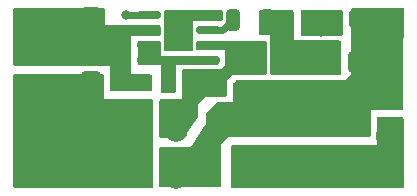
<source format=gtl>
%TF.GenerationSoftware,KiCad,Pcbnew,(6.0.7)*%
%TF.CreationDate,2022-10-15T23:28:00+03:00*%
%TF.ProjectId,mc34063-step-down-dev-0.3,6d633334-3036-4332-9d73-7465702d646f,rev?*%
%TF.SameCoordinates,Original*%
%TF.FileFunction,Copper,L1,Top*%
%TF.FilePolarity,Positive*%
%FSLAX46Y46*%
G04 Gerber Fmt 4.6, Leading zero omitted, Abs format (unit mm)*
G04 Created by KiCad (PCBNEW (6.0.7)) date 2022-10-15 23:28:00*
%MOMM*%
%LPD*%
G01*
G04 APERTURE LIST*
G04 Aperture macros list*
%AMRoundRect*
0 Rectangle with rounded corners*
0 $1 Rounding radius*
0 $2 $3 $4 $5 $6 $7 $8 $9 X,Y pos of 4 corners*
0 Add a 4 corners polygon primitive as box body*
4,1,4,$2,$3,$4,$5,$6,$7,$8,$9,$2,$3,0*
0 Add four circle primitives for the rounded corners*
1,1,$1+$1,$2,$3*
1,1,$1+$1,$4,$5*
1,1,$1+$1,$6,$7*
1,1,$1+$1,$8,$9*
0 Add four rect primitives between the rounded corners*
20,1,$1+$1,$2,$3,$4,$5,0*
20,1,$1+$1,$4,$5,$6,$7,0*
20,1,$1+$1,$6,$7,$8,$9,0*
20,1,$1+$1,$8,$9,$2,$3,0*%
G04 Aperture macros list end*
%TA.AperFunction,ComponentPad*%
%ADD10R,2.500000X2.500000*%
%TD*%
%TA.AperFunction,SMDPad,CuDef*%
%ADD11RoundRect,0.250000X-0.550000X1.500000X-0.550000X-1.500000X0.550000X-1.500000X0.550000X1.500000X0*%
%TD*%
%TA.AperFunction,SMDPad,CuDef*%
%ADD12R,0.900000X1.200000*%
%TD*%
%TA.AperFunction,SMDPad,CuDef*%
%ADD13RoundRect,0.250000X-0.325000X-0.650000X0.325000X-0.650000X0.325000X0.650000X-0.325000X0.650000X0*%
%TD*%
%TA.AperFunction,SMDPad,CuDef*%
%ADD14RoundRect,0.250000X-0.650000X0.325000X-0.650000X-0.325000X0.650000X-0.325000X0.650000X0.325000X0*%
%TD*%
%TA.AperFunction,ComponentPad*%
%ADD15C,2.000000*%
%TD*%
%TA.AperFunction,SMDPad,CuDef*%
%ADD16RoundRect,0.250000X0.325000X0.650000X-0.325000X0.650000X-0.325000X-0.650000X0.325000X-0.650000X0*%
%TD*%
%TA.AperFunction,SMDPad,CuDef*%
%ADD17RoundRect,0.250000X0.262500X0.450000X-0.262500X0.450000X-0.262500X-0.450000X0.262500X-0.450000X0*%
%TD*%
%TA.AperFunction,SMDPad,CuDef*%
%ADD18RoundRect,0.150000X0.825000X0.150000X-0.825000X0.150000X-0.825000X-0.150000X0.825000X-0.150000X0*%
%TD*%
%TA.AperFunction,SMDPad,CuDef*%
%ADD19RoundRect,0.250000X-0.262500X-0.450000X0.262500X-0.450000X0.262500X0.450000X-0.262500X0.450000X0*%
%TD*%
%TA.AperFunction,ViaPad*%
%ADD20C,0.800000*%
%TD*%
%TA.AperFunction,Conductor*%
%ADD21C,0.600000*%
%TD*%
G04 APERTURE END LIST*
D10*
%TO.P,U5,1*%
%TO.N,Net-(Co1-Pad1)*%
X111760000Y-48260000D03*
%TD*%
D11*
%TO.P,Co1,1*%
%TO.N,Net-(Co1-Pad1)*%
X99364800Y-55059600D03*
%TO.P,Co1,2*%
%TO.N,GND*%
X99364800Y-60459600D03*
%TD*%
D12*
%TO.P,D1,1,K*%
%TO.N,Net-(D1-Pad1)*%
X100712000Y-51612800D03*
%TO.P,D1,2,A*%
%TO.N,GND*%
X104012000Y-51612800D03*
%TD*%
D13*
%TO.P,Ct1,1*%
%TO.N,Net-(Ct1-Pad1)*%
X98550200Y-48006000D03*
%TO.P,Ct1,2*%
%TO.N,GND*%
X101500200Y-48006000D03*
%TD*%
D14*
%TO.P,Co4,1*%
%TO.N,Net-(Co1-Pad1)*%
X111658400Y-54913000D03*
%TO.P,Co4,2*%
%TO.N,GND*%
X111658400Y-57863000D03*
%TD*%
D15*
%TO.P,U2,1*%
%TO.N,Net-(Co1-Pad1)*%
X93805000Y-61301000D03*
X93805000Y-60301000D03*
%TO.P,U2,2*%
%TO.N,Net-(D1-Pad1)*%
X93805000Y-56301000D03*
X93805000Y-57301000D03*
%TD*%
D16*
%TO.P,Co3,1*%
%TO.N,Net-(Co1-Pad1)*%
X108917000Y-51612800D03*
%TO.P,Co3,2*%
%TO.N,GND*%
X105967000Y-51612800D03*
%TD*%
D11*
%TO.P,Ci1,1*%
%TO.N,Net-(Ci1-Pad1)*%
X86563200Y-48735000D03*
%TO.P,Ci1,2*%
%TO.N,GND*%
X86563200Y-54135000D03*
%TD*%
%TO.P,Co2,1*%
%TO.N,Net-(Co1-Pad1)*%
X106603800Y-55059600D03*
%TO.P,Co2,2*%
%TO.N,GND*%
X106603800Y-60459600D03*
%TD*%
D17*
%TO.P,R1,1*%
%TO.N,Net-(Co1-Pad1)*%
X108913300Y-47955200D03*
%TO.P,R1,2*%
%TO.N,/Vfeedback*%
X107088300Y-47955200D03*
%TD*%
D18*
%TO.P,U1,1,SwC*%
%TO.N,/Sense*%
X96455000Y-51435000D03*
%TO.P,U1,2,SwE*%
%TO.N,Net-(D1-Pad1)*%
X96455000Y-50165000D03*
%TO.P,U1,3,TC*%
%TO.N,Net-(Ct1-Pad1)*%
X96455000Y-48895000D03*
%TO.P,U1,4,GND*%
%TO.N,GND*%
X96455000Y-47625000D03*
%TO.P,U1,5,Vfb*%
%TO.N,/Vfeedback*%
X91505000Y-47625000D03*
%TO.P,U1,6,Vin*%
%TO.N,Net-(Ci1-Pad1)*%
X91505000Y-48895000D03*
%TO.P,U1,7,Ipk*%
%TO.N,/Sense*%
X91505000Y-50165000D03*
%TO.P,U1,8,DC*%
X91505000Y-51435000D03*
%TD*%
D10*
%TO.P,U3,1*%
%TO.N,Net-(Ci1-Pad1)*%
X81280000Y-48260000D03*
%TD*%
D17*
%TO.P,R2,1*%
%TO.N,/Vfeedback*%
X104976300Y-47955200D03*
%TO.P,R2,2*%
%TO.N,GND*%
X103151300Y-47955200D03*
%TD*%
D10*
%TO.P,U4,1*%
%TO.N,GND*%
X81280000Y-60960000D03*
%TD*%
D19*
%TO.P,RSC1,1*%
%TO.N,Net-(Ci1-Pad1)*%
X91187900Y-53340000D03*
%TO.P,RSC1,2*%
%TO.N,/Sense*%
X93012900Y-53340000D03*
%TD*%
D10*
%TO.P,U6,1*%
%TO.N,GND*%
X111760000Y-60960000D03*
%TD*%
D20*
%TO.N,GND*%
X89916000Y-58166000D03*
X86106000Y-58166000D03*
X89916000Y-56896000D03*
X101346000Y-59436000D03*
X102209600Y-49479200D03*
X87366424Y-60702782D03*
X101346000Y-60706000D03*
X103530400Y-50190400D03*
X81026000Y-58166000D03*
X87376000Y-58166000D03*
X103886000Y-59436000D03*
X93446600Y-50038000D03*
X89916000Y-60706000D03*
X108966000Y-59436000D03*
X94615000Y-50038000D03*
X88646000Y-60706000D03*
X94615000Y-48107600D03*
X84836000Y-58166000D03*
X107238800Y-50292000D03*
X108966000Y-60706000D03*
X103886000Y-60706000D03*
X107289600Y-52120800D03*
X81026000Y-56896000D03*
X81026000Y-55626000D03*
X93446600Y-48107600D03*
%TO.N,/Vfeedback*%
X89509600Y-47599600D03*
X106070400Y-49022000D03*
%TD*%
D21*
%TO.N,Net-(Ct1-Pad1)*%
X97661200Y-48895000D02*
X98550200Y-48006000D01*
X96455000Y-48895000D02*
X97661200Y-48895000D01*
%TO.N,/Vfeedback*%
X91505000Y-47625000D02*
X89535000Y-47625000D01*
X89535000Y-47625000D02*
X89509600Y-47599600D01*
%TD*%
%TA.AperFunction,Conductor*%
%TO.N,/Vfeedback*%
G36*
X107815921Y-47187802D02*
G01*
X107862414Y-47241458D01*
X107873800Y-47293800D01*
X107873800Y-49226200D01*
X107853798Y-49294321D01*
X107800142Y-49340814D01*
X107747800Y-49352200D01*
X104443800Y-49352200D01*
X104375679Y-49332198D01*
X104329186Y-49278542D01*
X104317800Y-49226200D01*
X104317800Y-47293800D01*
X104337802Y-47225679D01*
X104391458Y-47179186D01*
X104443800Y-47167800D01*
X107747800Y-47167800D01*
X107815921Y-47187802D01*
G37*
%TD.AperFunction*%
%TD*%
%TA.AperFunction,Conductor*%
%TO.N,/Sense*%
G36*
X92398121Y-49804002D02*
G01*
X92444614Y-49857658D01*
X92456000Y-49910000D01*
X92456000Y-51054000D01*
X97257600Y-51054000D01*
X97325721Y-51074002D01*
X97372214Y-51127658D01*
X97383600Y-51180000D01*
X97383600Y-51690000D01*
X97363598Y-51758121D01*
X97309942Y-51804614D01*
X97257600Y-51816000D01*
X93776800Y-51816000D01*
X93776800Y-54052200D01*
X93756798Y-54120321D01*
X93703142Y-54166814D01*
X93650800Y-54178200D01*
X92582000Y-54178200D01*
X92513879Y-54158198D01*
X92467386Y-54104542D01*
X92456000Y-54052200D01*
X92456000Y-51816000D01*
X90651600Y-51816000D01*
X90583479Y-51795998D01*
X90536986Y-51742342D01*
X90525600Y-51690000D01*
X90525600Y-49910000D01*
X90545602Y-49841879D01*
X90599258Y-49795386D01*
X90651600Y-49784000D01*
X92330000Y-49784000D01*
X92398121Y-49804002D01*
G37*
%TD.AperFunction*%
%TD*%
%TA.AperFunction,Conductor*%
%TO.N,Net-(Co1-Pad1)*%
G36*
X112926539Y-47056185D02*
G01*
X112972294Y-47108989D01*
X112983500Y-47160500D01*
X112983500Y-55502000D01*
X112963815Y-55569039D01*
X112911011Y-55614794D01*
X112859500Y-55626000D01*
X110236000Y-55626000D01*
X110236000Y-57788000D01*
X110216315Y-57855039D01*
X110163511Y-57900794D01*
X110112000Y-57912000D01*
X98171000Y-57912000D01*
X97612200Y-58547000D01*
X97612200Y-62059500D01*
X97592515Y-62126539D01*
X97539711Y-62172294D01*
X97488200Y-62183500D01*
X92453000Y-62183500D01*
X92385961Y-62163815D01*
X92340206Y-62111011D01*
X92329000Y-62059500D01*
X92329000Y-58925000D01*
X92348685Y-58857961D01*
X92401489Y-58812206D01*
X92453000Y-58801000D01*
X94996000Y-58801000D01*
X95165334Y-58547000D01*
X96255815Y-56911277D01*
X96266000Y-56896000D01*
X96266000Y-55957760D01*
X96285685Y-55890721D01*
X96303528Y-55868886D01*
X97169699Y-55026126D01*
X97231474Y-54993484D01*
X97256170Y-54991000D01*
X98806000Y-54991000D01*
X98806000Y-53210000D01*
X98825685Y-53142961D01*
X98878489Y-53097206D01*
X98930000Y-53086000D01*
X108077000Y-53086000D01*
X108585000Y-52578000D01*
X108585000Y-47160500D01*
X108604685Y-47093461D01*
X108657489Y-47047706D01*
X108709000Y-47036500D01*
X112859500Y-47036500D01*
X112926539Y-47056185D01*
G37*
%TD.AperFunction*%
%TD*%
%TA.AperFunction,Conductor*%
%TO.N,GND*%
G36*
X112959000Y-56280962D02*
G01*
X113013538Y-56335500D01*
X113033500Y-56410000D01*
X113033500Y-62084500D01*
X113013538Y-62159000D01*
X112959000Y-62213538D01*
X112884500Y-62233500D01*
X98574000Y-62233500D01*
X98499500Y-62213538D01*
X98444962Y-62159000D01*
X98425000Y-62084500D01*
X98425000Y-58772200D01*
X98444962Y-58697700D01*
X98499500Y-58643162D01*
X98574000Y-58623200D01*
X110744000Y-58623200D01*
X110744000Y-56410000D01*
X110763962Y-56335500D01*
X110818500Y-56280962D01*
X110893000Y-56261000D01*
X112884500Y-56261000D01*
X112959000Y-56280962D01*
G37*
%TD.AperFunction*%
%TD*%
%TA.AperFunction,Conductor*%
%TO.N,Net-(Ci1-Pad1)*%
G36*
X87657100Y-47006462D02*
G01*
X87711638Y-47061000D01*
X87731600Y-47135500D01*
X87731600Y-48437800D01*
X92307000Y-48437800D01*
X92381500Y-48457762D01*
X92436038Y-48512300D01*
X92456000Y-48586800D01*
X92456000Y-49254000D01*
X92436038Y-49328500D01*
X92381500Y-49383038D01*
X92307000Y-49403000D01*
X89916000Y-49403000D01*
X89916000Y-52628800D01*
X91595800Y-52628800D01*
X91670300Y-52648762D01*
X91724838Y-52703300D01*
X91744800Y-52777800D01*
X91744800Y-53902200D01*
X91724838Y-53976700D01*
X91670300Y-54031238D01*
X91595800Y-54051200D01*
X88287000Y-54051200D01*
X88212500Y-54031238D01*
X88157962Y-53976700D01*
X88138000Y-53902200D01*
X88138000Y-51943000D01*
X80155500Y-51943000D01*
X80081000Y-51923038D01*
X80026462Y-51868500D01*
X80006500Y-51794000D01*
X80006500Y-47135500D01*
X80026462Y-47061000D01*
X80081000Y-47006462D01*
X80155500Y-46986500D01*
X87582600Y-46986500D01*
X87657100Y-47006462D01*
G37*
%TD.AperFunction*%
%TD*%
%TA.AperFunction,Conductor*%
%TO.N,GND*%
G36*
X87555500Y-52597962D02*
G01*
X87610038Y-52652500D01*
X87630000Y-52727000D01*
X87630000Y-54737000D01*
X91672000Y-54737000D01*
X91746500Y-54756962D01*
X91801038Y-54811500D01*
X91821000Y-54886000D01*
X91821000Y-62084500D01*
X91801038Y-62159000D01*
X91746500Y-62213538D01*
X91672000Y-62233500D01*
X80155500Y-62233500D01*
X80081000Y-62213538D01*
X80026462Y-62159000D01*
X80006500Y-62084500D01*
X80006500Y-52727000D01*
X80026462Y-52652500D01*
X80081000Y-52597962D01*
X80155500Y-52578000D01*
X87481000Y-52578000D01*
X87555500Y-52597962D01*
G37*
%TD.AperFunction*%
%TD*%
%TA.AperFunction,Conductor*%
%TO.N,Net-(D1-Pad1)*%
G36*
X101373100Y-49803962D02*
G01*
X101427638Y-49858500D01*
X101447600Y-49933000D01*
X101447600Y-52556000D01*
X101427638Y-52630500D01*
X101373100Y-52685038D01*
X101298600Y-52705000D01*
X98526600Y-52705000D01*
X98323400Y-52882800D01*
X98044000Y-53162200D01*
X98044000Y-54410200D01*
X98024038Y-54484700D01*
X97969500Y-54539238D01*
X97895000Y-54559200D01*
X96240600Y-54559200D01*
X95631000Y-55168800D01*
X95631000Y-56190218D01*
X95611038Y-56264718D01*
X95605703Y-56273276D01*
X94481475Y-57947658D01*
X94423373Y-57998382D01*
X94357772Y-58013600D01*
X92503400Y-58013600D01*
X92428900Y-57993638D01*
X92374362Y-57939100D01*
X92354400Y-57864600D01*
X92354400Y-54886000D01*
X92374362Y-54811500D01*
X92428900Y-54756962D01*
X92503400Y-54737000D01*
X94259400Y-54737000D01*
X94259400Y-52320600D01*
X94279362Y-52246100D01*
X94333900Y-52191562D01*
X94408400Y-52171600D01*
X97586800Y-52171600D01*
X97891600Y-51917600D01*
X97891600Y-50596800D01*
X95627600Y-50596800D01*
X95553100Y-50576838D01*
X95498562Y-50522300D01*
X95478600Y-50447800D01*
X95478600Y-49933000D01*
X95498562Y-49858500D01*
X95553100Y-49803962D01*
X95627600Y-49784000D01*
X101298600Y-49784000D01*
X101373100Y-49803962D01*
G37*
%TD.AperFunction*%
%TD*%
%TA.AperFunction,Conductor*%
%TO.N,GND*%
G36*
X97650200Y-47187762D02*
G01*
X97704738Y-47242300D01*
X97724700Y-47316800D01*
X97724701Y-47933200D01*
X97704739Y-48007700D01*
X97650201Y-48062238D01*
X97575701Y-48082200D01*
X95199200Y-48082200D01*
X95199200Y-50498600D01*
X95179238Y-50573100D01*
X95124700Y-50627638D01*
X95050200Y-50647600D01*
X92909800Y-50647600D01*
X92835300Y-50627638D01*
X92780762Y-50573100D01*
X92760800Y-50498600D01*
X92760800Y-47316800D01*
X92780762Y-47242300D01*
X92835300Y-47187762D01*
X92909800Y-47167800D01*
X97575700Y-47167800D01*
X97650200Y-47187762D01*
G37*
%TD.AperFunction*%
%TD*%
%TA.AperFunction,Conductor*%
%TO.N,GND*%
G36*
X103659100Y-47187762D02*
G01*
X103713638Y-47242300D01*
X103733600Y-47316800D01*
X103733600Y-49758600D01*
X107597800Y-49758600D01*
X107672300Y-49778562D01*
X107726838Y-49833100D01*
X107746800Y-49907600D01*
X107746800Y-52556000D01*
X107726838Y-52630500D01*
X107672300Y-52685038D01*
X107597800Y-52705000D01*
X101901400Y-52705000D01*
X101826900Y-52685038D01*
X101772362Y-52630500D01*
X101752400Y-52556000D01*
X101752400Y-49301400D01*
X100936200Y-49301400D01*
X100861700Y-49281438D01*
X100807162Y-49226900D01*
X100787200Y-49152400D01*
X100787200Y-47316800D01*
X100807162Y-47242300D01*
X100861700Y-47187762D01*
X100936200Y-47167800D01*
X103584600Y-47167800D01*
X103659100Y-47187762D01*
G37*
%TD.AperFunction*%
%TD*%
M02*

</source>
